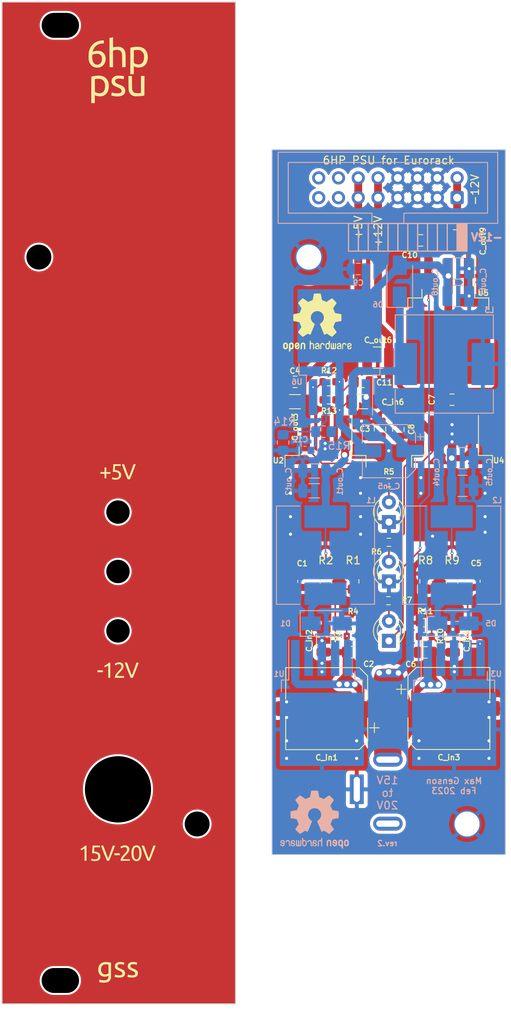
<source format=kicad_pcb>
(kicad_pcb (version 20211014) (generator pcbnew)
  (layers (0 "F.Cu" signal) (1 "In1.Cu" signal) (2 "In2.Cu" signal) (31 "B.Cu" signal) (34 "B.Paste" user) (35 "F.Paste" user) (36 "B.SilkS" user "B.Silkscreen") (37 "F.SilkS" user "F.Silkscreen") (38 "B.Mask" user) (39 "F.Mask" user) (44 "Edge.Cuts" user))
  (net 0 "")
  (net 1 "Net-(D1-Pad1)")
  (net 2 "Net-(C1-Pad1)")
  (net 3 "Net-(C2-Pad2)")
  (net 4 "Vin")
  (net 5 "GND")
  (net 6 "Net-(C1-Pad2)")
  (net 7 "Net-(C5-Pad1)")
  (net 8 "-12V")
  (net 9 "Net-(C5-Pad2)")
  (net 10 "+12V")
  (net 11 "Net-(C6-Pad2)")
  (net 12 "+5V")
  (net 13 "-14.5V")
  (net 14 "Net-(C11-Pad2)")
  (net 19 "Net-(C12-Pad2)")
  (net 20 "Net-(D2-Pad2)")
  (net 21 "Net-(D3-Pad2)")
  (net 22 "Net-(R3-Pad2)")
  (net 23 "Net-(D4-Pad2)")
  (net 24 "Net-(D5-Pad1)")
  (net 25 "Net-(D6-Pad1)")
  (net 26 "Net-(R10-Pad2)")
  (net 27 "Net-(R12-Pad1)")
  (footprint "" (layer "F.Cu") (at 8.26 101.9175)
    (fp_text reference "")
    (fp_text value "")
  )
  (footprint "Capacitor_SMD:C_1206_3216Metric" (layer "F.Cu") (at 41.1 78.425 90)
    (fp_text reference "C_in4")
    (fp_text value "100nF")
  )
  (footprint "Capacitor_SMD:C_0805_2012Metric" (layer "F.Cu") (at 36.988 27.071)
    (fp_text reference "C10")
    (fp_text value "100nF")
  )
  (footprint "Symbol:OSHW-Logo2_9.8x8mm_SilkScreen" (layer "F.Cu") (at 23.7 37.6)
    (fp_text reference "REF**" hide)
    (fp_text value "OSHW-Logo2_9.8x8mm_SilkScreen" hide)
  )
  (footprint "OS_Drill_Holes:Barrel-Jack-DC_2.5mm_5.5mm_Drill_Hole_Panel" (layer "F.Cu") (at -1.905 97.4725)
    (fp_text reference "REF**" hide)
    (fp_text value "Barrel-Jack-DC_2.5mm_5.5mm_Drill_Hole_Panel" hide)
  )
  (footprint "Resistor_SMD:R_0805_2012Metric_Pad1.20x1.40mm_HandSolder" (layer "F.Cu") (at 28.3 70.8 90)
    (fp_text reference "R1")
    (fp_text value "1k2")
  )
  (footprint "Resistor_SMD:R_0603_1608Metric" (layer "F.Cu") (at 25.2 45.2)
    (fp_text reference "R12")
    (fp_text value "47k")
  )
  (footprint "Resistor_SMD:R_0805_2012Metric_Pad1.20x1.40mm_HandSolder" (layer "F.Cu") (at 37.6 70.8 90)
    (fp_text reference "R8")
    (fp_text value "1k2")
  )
  (footprint "frontpanel:6hp_psu_frontpanels" (layer "F.Cu") (at -1.905 60.6425)
    (fp_text reference "G***" hide)
    (fp_text value "LOGO" hide)
  )
  (footprint "Capacitor_SMD:C_0805_2012Metric" (layer "F.Cu") (at 41 47.5)
    (fp_text reference "C7")
    (fp_text value "100nF")
  )
  (footprint "Resistor_SMD:R_0603_1608Metric" (layer "F.Cu") (at 28.3 76.073)
    (fp_text reference "R4")
    (fp_text value "47k")
  )
  (footprint "Resistor_SMD:R_0805_2012Metric_Pad1.20x1.40mm_HandSolder" (layer "F.Cu") (at 24.8 70.8 90)
    (fp_text reference "R2")
    (fp_text value "6k2")
  )
  (footprint "Capacitor_SMD:C_0603_1608Metric" (layer "F.Cu") (at 44.1 70.775 -90)
    (fp_text reference "C5")
    (fp_text value "22n")
  )
  (footprint "Package_TO_SOT_SMD:TO-263-3_TabPin2" (layer "F.Cu") (at 24.746 57.597 -90)
    (fp_text reference "U2")
    (fp_text value "L7805")
  )
  (footprint "Resistor_SMD:R_0603_1608Metric" (layer "F.Cu") (at 32.893 58.166)
    (fp_text reference "R5")
    (fp_text value "2k2")
  )
  (footprint "Capacitor_SMD:C_1206_3216Metric" (layer "F.Cu") (at 29.464 47.752)
    (fp_text reference "C_in6")
    (fp_text value "100nF")
  )
  (footprint "Capacitor_SMD:C_0805_2012Metric" (layer "F.Cu") (at 37.558 79.908 180)
    (fp_text reference "C6")
    (fp_text value "100nF")
  )
  (footprint "OS_Drill_Holes:LED_3mm_Drill_Hole_Panel" (layer "F.Cu") (at -1.905 77.1525)
    (fp_text reference "REF**" hide)
    (fp_text value "LED_3mm_Drill_Hole_Panel")
  )
  (footprint "OS_Drill_Holes:Hole_M3_3.2mm" (layer "F.Cu") (at -12.065 29.21)
    (fp_text reference "REF**" hide)
    (fp_text value "Hole_M3_3.2mm")
  )
  (footprint "Capacitor_SMD:CP_Elec_10x7.7" (layer "F.Cu") (at 40.6 87.1)
    (fp_text reference "C_in3")
    (fp_text value "220uF")
  )
  (footprint "Capacitor_SMD:C_0805_2012Metric" (layer "F.Cu") (at 20.828 45.212 180)
    (fp_text reference "C4")
    (fp_text value "100nF")
  )
  (footprint "Resistor_SMD:R_0603_1608Metric" (layer "F.Cu") (at 37.558 76.098 180)
    (fp_text reference "R11")
    (fp_text value "47k")
  )
  (footprint "Capacitor_SMD:C_1206_3216Metric" (layer "F.Cu") (at 24.5 78.4 90)
    (fp_text reference "C_in2")
    (fp_text value "100nF")
  )
  (footprint "Capacitor_SMD:C_0805_2012Metric" (layer "F.Cu") (at 28.3 79.883)
    (fp_text reference "C2")
    (fp_text value "100nF")
  )
  (footprint "Capacitor_SMD:C_0805_2012Metric" (layer "F.Cu") (at 34.1 51.3 -90)
    (fp_text reference "C8")
    (fp_text value "100nF")
  )
  (footprint "LED_THT:LED_D3.0mm" (layer "F.Cu") (at 32.893 63.1875 90)
    (fp_text reference "D2" hide)
    (fp_text value " ")
  )
  (footprint "Inductor_SMD:L_1210_3225Metric" (layer "F.Cu") (at 41.775 27.071 180)
    (fp_text reference "C_out9")
    (fp_text value "100uF")
  )
  (footprint "Inductor_SMD:L_1210_3225Metric" (layer "F.Cu") (at 31.5 42.1 180)
    (fp_text reference "C_out6")
    (fp_text value "100uF")
  )
  (footprint "Resistor_SMD:R_0603_1608Metric" (layer "F.Cu") (at 32.893 65.786 180)
    (fp_text reference "R6")
    (fp_text value "8k2")
  )
  (footprint "LED_THT:LED_D3.0mm" (layer "F.Cu") (at 32.893 70.8075 90)
    (fp_text reference "D3" hide)
    (fp_text value " ")
  )
  (footprint "Resistor_SMD:R_0603_1608Metric" (layer "F.Cu") (at 32.83 73.279)
    (fp_text reference "R7")
    (fp_text value "8k2")
  )
  (footprint "Resistor_SMD:R_0603_1608Metric" (layer "F.Cu") (at 37.558 77.876)
    (fp_text reference "R10")
    (fp_text value "47k")
  )
  (footprint "Resistor_SMD:R_0805_2012Metric_Pad1.20x1.40mm_HandSolder" (layer "F.Cu") (at 41 70.8 -90)
    (fp_text reference "R9")
    (fp_text value "15k")
  )
  (footprint "Capacitor_SMD:C_0603_1608Metric" (layer "F.Cu") (at 21.7 70.8 -90)
    (fp_text reference "C1")
    (fp_text value "47n")
  )
  (footprint "Capacitor_SMD:C_0805_2012Metric" (layer "F.Cu") (at 31.75 51.25 -90)
    (fp_text reference "C3")
    (fp_text value "100nF")
  )
  (footprint "Connectors:DC_Barrel_Jack_2.5mm_5.7mm_Verrtical" (layer "F.Cu") (at 32.766 97.4725 -90)
    (fp_text reference "J1" hide)
    (fp_text value "2.5mm/5.5mm (PC-G2.5-PCB)")
  )
  (footprint "Package_TO_SOT_SMD:TO-263-3_TabPin2" (layer "F.Cu") (at 41.002 57.597 -90)
    (fp_text reference "U4")
    (fp_text value "L7812")
  )
  (footprint "LED_THT:LED_D3.0mm" (layer "F.Cu") (at 32.893 78.4275 90)
    (fp_text reference "D4" hide)
    (fp_text value " ")
  )
  (footprint "Capacitor_SMD:CP_Elec_10x7.7" (layer "F.Cu") (at 24.9 87.122 180)
    (fp_text reference "C_in1")
    (fp_text value "220uF")
  )
  (footprint "Capacitor_SMD:C_1206_3216Metric" (layer "F.Cu") (at 20.828 47.752 180)
    (fp_text reference "C_out3")
    (fp_text value "47u")
  )
  (footprint "MountingHole:MountingHole_3.2mm_M3_Pad_TopOnly" (layer "F.Cu") (at 42.931 101.9175)
    (fp_text reference "H2" hide)
    (fp_text value "MountingHole_Pad")
  )
  (footprint "Capacitor_SMD:C_0805_2012Metric" (layer "F.Cu") (at 29.464 45.212 180)
    (fp_text reference "C11")
    (fp_text value "100nF")
  )
  (footprint "OS_Front_Panels:6HP_Front_Panel" (layer "F.Cu") (at -16.81 -3.5125)
    (fp_text reference "REF**" hide)
    (fp_text value "6HP_Front_Panel")
    (fp_rect (start 0 0) (end 30 128.5) (layer "Edge.Cuts") (width 0.12) (fill none))
  )
  (footprint "Resistor_SMD:R_0603_1608Metric" (layer "F.Cu") (at 25.2 47.524 180)
    (fp_text reference "R13")
    (fp_text value "47k")
  )
  (footprint "Package_TO_SOT_SMD:TO-263-3_TabPin2" (layer "F.Cu") (at 40.525 37.4 -90)
    (fp_text reference "U5")
    (fp_text value "L7912")
  )
  (footprint "Resistor_SMD:R_0603_1608Metric" (layer "F.Cu") (at 28.3 77.851 180)
    (fp_text reference "R3")
    (fp_text value "47k")
  )
  (footprint "" (layer "F.Cu") (at -1.905 61.9125)
    (fp_text reference "")
    (fp_text value "")
  )
  (footprint "MountingHole:MountingHole_3.2mm_M3_Pad_TopOnly" (layer "F.Cu") (at 22.606 29.21)
    (fp_text reference "H1" hide)
    (fp_text value "MountingHole_Pad")
  )
  (footprint "OS_Drill_Holes:LED_3mm_Drill_Hole_Panel" (layer "F.Cu") (at -1.905 69.5325)
    (fp_text reference "REF**" hide)
    (fp_text value "LED_3mm_Drill_Hole_Panel")
  )
  (footprint "Package_TO_SOT_SMD:TO-263-5_TabPin3" (layer "B.Cu") (at 41.275 86.414 -90)
    (fp_text reference "U3")
    (fp_text value "LM2596S-ADJ")
  )
  (footprint "Resistor_SMD:R_0805_2012Metric_Pad1.20x1.40mm_HandSolder" (layer "B.Cu") (at 19.3 53 90)
    (fp_text reference "R14")
    (fp_text value "15k")
  )
  (footprint "Diode_SMD:D_SMA" (layer "B.Cu") (at 34.29 32.258 90)
    (fp_text reference "D6")
    (fp_text value "SS54")
  )
  (footprint "Inductor_SMD:L_1210_3225Metric" (layer "B.Cu") (at 42.354 58.547 180)
    (fp_text reference "C_out4")
    (fp_text value "100uF")
  )
  (footprint "Inductor_SMD:L_12x12mm_H8mm" (layer "B.Cu") (at 24.744264 67.437 90)
    (fp_text reference "L1")
    (fp_text value "33uH")
  )
  (footprint "Inductor_SMD:L_1210_3225Metric" (layer "B.Cu") (at 42.354 54.991)
    (fp_text reference "C_out5")
    (fp_text value "100uF")
  )
  (footprint "Connector_IDC:IDC-Header_2x08_P2.54mm_Vertical" (layer "B.Cu") (at 41.656 21.59 90)
    (fp_text reference "J2" hide)
    (fp_text value "Conn_02x08_Odd_Even")
  )
  (footprint "Capacitor_SMD:C_0805_2012Metric" (layer "B.Cu") (at 28.956 30.734 180)
    (fp_text reference "C9")
    (fp_text value "100nF")
  )
  (footprint "Inductor_SMD:L_12x12mm_H8mm" (layer "B.Cu") (at 40.955604 67.437 90)
    (fp_text reference "L2")
    (fp_text value "33uH")
  )
  (footprint "Diode_SMD:D_SMA" (layer "B.Cu") (at 41.148 76.2)
    (fp_text reference "D5")
    (fp_text value "SS54")
  )
  (footprint "Package_TO_SOT_SMD:TO-263-5_TabPin3" (layer "B.Cu") (at 26.543 41.402 90)
    (fp_text reference "U6")
    (fp_text value "LM2596S-ADJ")
  )
  (footprint "Symbol:OSHW-Logo2_9.8x8mm_SilkScreen" (layer "B.Cu") (at 23.35 101.35 180)
    (fp_text reference "REF**" hide)
    (fp_text value "OSHW-Logo2_9.8x8mm_SilkScreen" hide)
  )
  (footprint "Inductor_SMD:L_12x12mm_H8mm" (layer "B.Cu") (at 40.005 42.926 180)
    (fp_text reference "L3")
    (fp_text value "33uH")
  )
  (footprint "Diode_SMD:D_SMA" (layer "B.Cu") (at 24.892 76.2)
    (fp_text reference "D1")
    (fp_text value "SS54")
  )
  (footprint "Resistor_SMD:R_0805_2012Metric_Pad1.20x1.40mm_HandSolder" (layer "B.Cu") (at 24.5 51.6)
    (fp_text reference "R15")
    (fp_text value "1k2")
  )
  (footprint "Capacitor_SMD:CP_Elec_6.3x7.7" (layer "B.Cu") (at 32.893 54.102 180)
    (fp_text reference "C_in5")
    (fp_text value "100uF")
  )
  (footprint "Capacitor_SMD:C_0603_1608Metric" (layer "B.Cu") (at 22.1 54)
    (fp_text reference "C12")
    (fp_text value "22n")
  )
  (footprint "Capacitor_SMD:C_1206_3216Metric" (layer "B.Cu") (at 23.304 56.642 180)
    (fp_text reference "C_out2")
    (fp_text value "47u")
  )
  (footprint "Inductor_SMD:L_1210_3225Metric" (layer "B.Cu") (at 41.8 30.675 180)
    (fp_text reference "C_out8")
    (fp_text value "100uF")
  )
  (footprint "Capacitor_SMD:C_1206_3216Metric" (layer "B.Cu") (at 23.304 59.182)
    (fp_text reference "C_out1")
    (fp_text value "47u")
  )
  (footprint "Package_TO_SOT_SMD:TO-263-5_TabPin3" (layer "B.Cu") (at 24.276 86.402 -90)
    (fp_text reference "U1")
    (fp_text value "LM2596S-ADJ")
  )
  (footprint "Inductor_SMD:L_1210_3225Metric" (layer "B.Cu") (at 41.8 34.2)
    (fp_text reference "C_out7")
    (fp_text value "100uF")
  )
  (gr_rect (start 31.496 24.908) (end 30.242 28.448) (layer "B.SilkS") (width 0.15) (fill none))
  (gr_rect (start 35.314 24.908) (end 34.06 28.448) (layer "B.SilkS") (width 0.15) (fill none))
  (gr_rect (start 30.234 24.908) (end 28.98 28.448) (layer "B.SilkS") (width 0.15) (fill none))
  (gr_rect (start 36.576 24.908) (end 35.322 28.448) (layer "B.SilkS") (width 0.15) (fill none))
  (gr_rect (start 41.64 24.908) (end 40.386 28.448) (layer "B.SilkS") (width 0.15) (fill none))
  (gr_rect (start 28.956 24.908) (end 27.702 28.448) (layer "B.SilkS") (width 0.15) (fill none))
  (gr_rect (start 34.036 24.908) (end 32.782 28.448) (layer "B.SilkS") (width 0.15) (fill none))
  (gr_rect (start 39.108 24.908) (end 37.854 28.448) (layer "B.SilkS") (width 0.15) (fill none))
  (gr_rect (start 37.854 24.908) (end 36.6 28.448) (layer "B.SilkS") (width 0.15) (fill none))
  (gr_rect (start 40.386 24.908) (end 39.132 28.448) (layer "B.SilkS") (width 0.15) (fill none))
  (gr_rect (start 32.774 24.908) (end 31.52 28.448) (layer "B.SilkS") (width 0.15) (fill none))
  (gr_rect (start 42.918 24.908) (end 41.664 28.448) (layer "B.SilkS") (width 0.15) (fill solid))
  (gr_rect (start 17.861 15.4255) (end 47.861 105.8463) (layer "Edge.Cuts") (width 0.1) (fill none))
  (gr_text "rev.2\n" (at 32.7 104.4) (layer "B.SilkS") (effects (font (size 0.7 0.7)) (justify mirror)))
  (gr_text "15V\nto\n20V" (at 32.7 97.925) (layer "B.SilkS") (effects (font (size 1 1)) (justify mirror)))
  (gr_text "-12V" (at 45.466 26.67) (layer "B.SilkS") (effects (font (size 1 1) (thickness 0.25)) (justify mirror)))
  (gr_text "Max Genson\nFeb 2023" (at 41.25 97.028) (layer "B.SilkS") (effects (font (size 0.8 0.8)) (justify mirror)))
  (gr_text "6HP PSU for Eurorack" (at 32.843709 16.8) (layer "F.SilkS") (effects (font (size 1 1))))
  (gr_text "+5V" (at 28.956 25.4 90) (layer "F.SilkS") (effects (font (size 1 1))))
  (gr_text "-12V" (at 43.942 20.574 90) (layer "F.SilkS") (effects (font (size 1 1))))
  (gr_text "+12V" (at 31.496 25.908 90) (layer "F.SilkS") (effects (font (size 1 1))))
  (segment (start 22.576 80.627) (end 22.576 76.516) (width 0.8) (layer "B.Cu") (net 1))
  (segment (start 22.892 74.239264) (end 24.744264 72.387) (width 0.8) (layer "B.Cu") (net 1))
  (segment (start 22.892 76.2) (end 22.892 74.239264) (width 0.8) (layer "B.Cu") (net 1))
  (segment (start 22.576 76.516) (end 22.892 76.2) (width 0.8) (layer "B.Cu") (net 1))
  (segment (start 24.8 69.8) (end 24.8 67.2) (width 0.2) (layer "F.Cu") (net 2))
  (segment (start 27.286 51.822) (end 27.286 54.572) (width 1) (layer "F.Cu") (net 2))
  (segment (start 21.7 70.025) (end 24.575 70.025) (width 0.2) (layer "F.Cu") (net 2))
  (segment (start 27.664 52.2) (end 27.286 51.822) (width 1) (layer "F.Cu") (net 2))
  (segment (start 24.575 70.025) (end 24.8 69.8) (width 0.2) (layer "F.Cu") (net 2))
  (segment (start 27.286 54.572) (end 27.2 54.572) (width 1) (layer "F.Cu") (net 2))
  (segment (start 31.75 52.2) (end 27.664 52.2) (width 1) (layer "F.Cu") (net 2))
  (via (at 27.2 54.572) (size 0.8) (drill 0.7) (layers "F.Cu" "B.Cu") (net 2))
  (via (at 24.8 67.2) (size 0.4) (drill 0.2) (layers "F.Cu" "B.Cu") (net 2))
  (segment (start 25.758 56.642) (end 24.779 56.642) (width 1) (layer "B.Cu") (net 2))
  (segment (start 24.8 67.2) (end 24.744264 67.144264) (width 0.2) (layer "B.Cu") (net 2))
  (segment (start 24.744264 67.144264) (end 24.744264 62.487) (width 0.2) (layer "B.Cu") (net 2))
  (segment (start 24.779 59.182) (end 24.779 62.452264) (width 1) (layer "B.Cu") (net 2))
  (segment (start 27.2 55.2) (end 25.758 56.642) (width 1) (layer "B.Cu") (net 2))
  (segment (start 24.779 56.642) (end 24.779 59.182) (width 1) (layer "B.Cu") (net 2))
  (segment (start 24.779 62.452264) (end 24.744264 62.487) (width 1) (layer "B.Cu") (net 2))
  (segment (start 27.2 54.572) (end 27.2 55.2) (width 0.8) (layer "B.Cu") (net 2))
  (segment (start 29.125 77.851) (end 29.125 79.758) (width 0.2) (layer "F.Cu") (net 3))
  (segment (start 29.125 79.758) (end 29.25 79.883) (width 0.2) (layer "F.Cu") (net 3))
  (segment (start 26.5 83.7) (end 27.35 82.85) (width 0.8) (layer "F.Cu") (net 4))
  (segment (start 29.25 87.122) (end 29.25 84.75) (width 1) (layer "F.Cu") (net 4))
  (segment (start 30.939 47.752) (end 30.552 47.752) (width 1) (layer "F.Cu") (net 4))
  (segment (start 27.35 82.85) (end 28.5 84) (width 0.8) (layer "F.Cu") (net 4))
  (segment (start 26.5 84) (end 28.5 84) (width 0.8) (layer "F.Cu") (net 4))
  (segment (start 29.25 84.75) (end 28.5 84) (width 1) (layer "F.Cu") (net 4))
  (segment (start 39.25 84.042) (end 38.508 83.3) (width 1) (layer "F.Cu") (net 4))
  (segment (start 26.5 84) (end 26.5 83.7) (width 0.8) (layer "F.Cu") (net 4))
  (segment (start 30.414 46.736) (end 29.975 47.175) (width 1) (layer "F.Cu") (net 4))
  (segment (start 36.25 87.1) (end 36.25 85) (width 1) (layer "F.Cu") (net 4))
  (segment (start 36.25 85) (end 37.208 84.042) (width 1) (layer "F.Cu") (net 4))
  (segment (start 27.5 84) (end 27.4 83.9) (width 0.8) (layer "F.Cu") (net 4))
  (segment (start 37.766 84.042) (end 38.508 83.3) (width 1) (layer "F.Cu") (net 4))
  (segment (start 30.414 45.212) (end 30.414 46.736) (width 1) (layer "F.Cu") (net 4))
  (segment (start 37.208 84.042) (end 37.766 84.042) (width 1) (layer "F.Cu") (net 4))
  (segment (start 37.208 84.042) (end 39.25 84.042) (width 1) (layer "F.Cu") (net 4))
  (segment (start 38.516 79.9) (end 38.508 79.908) (width 0.8) (layer "F.Cu") (net 4))
  (segment (start 41.1 79.9) (end 38.516 79.9) (width 0.8) (layer "F.Cu") (net 4))
  (segment (start 38.508 83.3) (end 38.508 79.908) (width 1) (layer "F.Cu") (net 4))
  (segment (start 27.4 82.9) (end 27.35 82.85) (width 0.8) (layer "F.Cu") (net 4))
  (segment (start 27.35 79.883) (end 27.35 82.85) (width 0.8) (layer "F.Cu") (net 4))
  (segment (start 30.552 47.752) (end 29.975 47.175) (width 1) (layer "F.Cu") (net 4))
  (segment (start 27.4 83.9) (end 27.4 82.9) (width 0.8) (layer "F.Cu") (net 4))
  (segment (start 24.5 79.875) (end 27.342 79.875) (width 0.8) (layer "F.Cu") (net 4))
  (via (at 32.85 82.4) (size 0.8) (drill 0.7) (layers "F.Cu" "B.Cu") (net 4))
  (via (at 29.975 47.175) (size 0.8) (drill 0.7) (layers "F.Cu" "B.Cu") (net 4))
  (via (at 37.208 84.042) (size 0.8) (drill 0.7) (layers "F.Cu" "B.Cu") (net 4))
  (via (at 26.5 84) (size 0.8) (drill 0.7) (layers "F.Cu" "B.Cu") (net 4))
  (via (at 27.5 84) (size 0.8) (drill 0.7) (layers "F.Cu" "B.Cu") (net 4))
  (via (at 28.5 84) (size 0.8) (drill 0.7) (layers "F.Cu" "B.Cu") (net 4))
  (via (at 38.25 84.042) (size 0.8) (drill 0.7) (layers "F.Cu" "B.Cu") (net 4))
  (via (at 39.25 84.042) (size 0.8) (drill 0.7) (layers "F.Cu" "B.Cu") (net 4))
  (via (at 34.1 82.55) (size 0.8) (drill 0.7) (layers "F.Cu" "B.Cu") (net 4))
  (via (at 31.65 82.55) (size 0.8) (drill 0.7) (layers "F.Cu" "B.Cu") (net 4))
  (segment (start 35.593 81.057) (end 34.1 82.55) (width 1) (layer "B.Cu") (net 4))
  (segment (start 20.876 83.651) (end 21.225 84) (width 1) (layer "B.Cu") (net 4))
  (segment (start 29.943 47.177) (end 29.943 48.452) (width 1) (layer "B.Cu") (net 4))
  (segment (start 32.85 82.4) (end 32.65 82.6) (width 1) (layer "B.Cu") (net 4))
  (segment (start 31.7 82.6) (end 31.65 82.55) (width 1) (layer "B.Cu") (net 4))
  (segment (start 29.945 47.175) (end 29.943 47.177) (width 1) (layer "B.Cu") (net 4))
  (segment (start 37.875 80.639) (end 37.875 83.375) (width 1) (layer "B.Cu") (net 4))
  (segment (start 29.943 48.452) (end 35.593 54.102) (width 1) (layer "B.Cu") (net 4))
  (segment (start 39.25 84.042) (end 38.542 84.042) (width 1) (layer "B.Cu") (net 4))
  (segment (start 37.875 83.375) (end 37.208 84.042) (width 1) (layer "B.Cu") (net 4))
  (segment (start 21.225 84) (end 28.5 84) (width 1) (layer "B.Cu") (net 4))
  (segment (start 32.65 82.6) (end 31.7 82.6) (width 1) (layer "B.Cu") (net 4))
  (segment (start 33.05 82.6) (end 32.85 82.4) (width 1) (layer "B.Cu") (net 4))
  (segment (start 38.542 84.042) (end 37.875 83.375) (width 1) (layer "B.Cu") (net 4))
  (segment (start 29.975 47.175) (end 29.945 47.175) (width 1) (layer "B.Cu") (net 4))
  (segment (start 39.25 84.042) (end 37.208 84.042) (width 1) (layer "B.Cu") (net 4))
  (segment (start 34.05 82.6) (end 33.05 82.6) (width 1) (layer "B.Cu") (net 4))
  (segment (start 35.593 54.102) (end 35.593 81.057) (width 1) (layer "B.Cu") (net 4))
  (segment (start 20.876 80.627) (end 20.876 83.651) (width 1) (layer "B.Cu") (net 4))
  (segment (start 34.1 82.55) (end 34.05 82.6) (width 1) (layer "B.Cu") (net 4))
  (segment (start 31.75 50.3) (end 31.981497 50.3) (width 0.8) (layer "F.Cu") (net 5))
  (segment (start 37.3 74.5) (end 36.733 75.067) (width 0.8) (layer "F.Cu") (net 5))
  (segment (start 36.733 75.067) (end 36.733 76.098) (width 0.8) (layer "F.Cu") (net 5))
  (via (at 41.3 82.4) (size 0.5) (drill 0.4) (layers "F.Cu" "B.Cu") (net 5))
  (via (at 45.75 93.5) (size 0.5) (drill 0.4) (layers "F.Cu" "B.Cu") (net 5))
  (via (at 38.5 65) (size 0.5) (drill 0.4) (layers "F.Cu" "B.Cu") (net 5))
  (via (at 45.75 91.25) (size 0.5) (drill 0.4) (layers "F.Cu" "B.Cu") (net 5))
  (via (at 41.1 76.95) (size 0.5) (drill 0.4) (layers "F.Cu" "B.Cu") (net 5))
  (via (at 41 50.7) (size 0.5) (drill 0.4) (layers "F.Cu" "B.Cu") (net 5))
  (via (at 37 57.5) (size 0.5) (drill 0.4) (layers "F.Cu" "B.Cu") (net 5))
  (via (at 37 59.5) (size 0.5) (drill 0.4) (layers "F.Cu" "B.Cu") (net 5))
  (via (at 24.3 82.4) (size 0.5) (drill 0.4) (layers "F.Cu" "B.Cu") (net 5))
  (via (at 41.3 81.7) (size 0.5) (drill 0.4) (layers "F.Cu" "B.Cu") (net 5))
  (via (at 19.75 91.25) (size 0.5) (drill 0.4) (layers "F.Cu" "B.Cu") (net 5))
  (via (at 24.3 81.3) (size 0.5) (drill 0.4) (layers "F.Cu" "B.Cu") (net 5))
  (via (at 43.2 30.7) (size 0.5) (drill 0.4) (layers "F.Cu" "B.Cu") (net 5))
  (via (at 20.25 64.75) (size 0.5) (drill 0.4) (layers "F.Cu" "B.Cu") (net 5))
  (via (at 19.75 93.5) (size 0.5) (drill 0.4) (layers "F.Cu" "B.Cu") (net 5))
  (via (at 43.2 34.2) (size 0.5) (drill 0.4) (layers "F.Cu" "B.Cu") (net 5))
  (via (at 45.25 57.5) (size 0.5) (drill 0.4) (layers "F.Cu" "B.Cu") (net 5))
  (via (at 28.75 93.5) (size 0.5) (drill 0.4) (layers "F.Cu" "B.Cu") (net 5))
  (via (at 19.75 86.25) (size 0.5) (drill 0.4) (layers "F.Cu" "B.Cu") (net 5))
  (via (at 45.25 64.5) (size 0.5) (drill 0.4) (layers "F.Cu" "B.Cu") (net 5))
  (via (at 24.7 53.1) (size 0.5) (drill 0.4) (layers "F.Cu" "B.Cu") (net 5))
  (via (at 32.875 54.05) (size 0.5) (drill 0.4) (layers "F.Cu" "B.Cu") (net 5))
  (via (at 20.25 62.5) (size 0.5) (drill 0.4) (layers "F.Cu" "B.Cu") (net 5))
  (via (at 28.75 91.25) (size 0.5) (drill 0.4) (layers "F.Cu" "B.Cu") (net 5))
  (via (at 19.75 88.25) (size 0.5) (drill 0.4) (layers "F.Cu" "B.Cu") (net 5))
  (via (at 29.25 59.5) (size 0.5) (drill 0.4) (layers "F.Cu" "B.Cu") (net 5))
  (via (at 29.375 50.25) (size 0.5) (drill 0.4) (layers "F.Cu" "B.Cu") (net 5))
  (via (at 29.25 64.75) (size 0.5) (drill 0.4) (layers "F.Cu" "B.Cu") (net 5))
  (via (at 20.25 59.5) (size 0.5) (drill 0.4) (layers "F.Cu" "B.Cu") (net 5))
  (via (at 36.75 93.5) (size 0.5) (drill 0.4) (layers "F.Cu" "B.Cu") (net 5))
  (via (at 45.75 86.25) (size 0.5) (drill 0.4) (layers "F.Cu" "B.Cu") (net 5))
  (via (at 45.75 88.25) (size 0.5) (drill 0.4) (layers "F.Cu" "B.Cu") (net 5))
  (via (at 37.3 74.5) (size 0.5) (drill 0.4) (layers "F.Cu" "B.Cu") (net 5))
  (via (at 29.25 62.5) (size 0.5) (drill 0.4) (layers "F.Cu" "B.Cu") (net 5))
  (via (at 45.25 59.5) (size 0.5) (drill 0.4) (layers "F.Cu" "B.Cu") (net 5))
  (via (at 29.25 57.5) (size 0.5) (drill 0.4) (layers "F.Cu" "B.Cu") (net 5))
  (via (at 24.3 78.4) (size 0.5) (drill 0.4) (layers "F.Cu" "B.Cu") (net 5))
  (via (at 36.75 91.25) (size 0.5) (drill 0.4) (layers "F.Cu" "B.Cu") (net 5))
  (via (at 45.25 62.5) (size 0.5) (drill 0.4) (layers "F.Cu" "B.Cu") (net 5))
  (via (at 24.7 53.8) (size 0.5) (drill 0.4) (layers "F.Cu" "B.Cu") (net 5))
  (via (at 20.25 57.5) (size 0.5) (drill 0.4) (layers "F.Cu" "B.Cu") (net 5))
  (via (at 25.05 43.925) (size 0.5) (drill 0.4) (layers "F.Cu" "B.Cu") (net 5))
  (via (at 41 51.9) (size 0.5) (drill 0.4) (layers "F.Cu" "B.Cu") (net 5))
  (via (at 41 52.9) (size 0.5) (drill 0.4) (layers "F.Cu" "B.Cu") (net 5))
  (segment (start 24.8 71.8) (end 28.3 71.8) (width 0.2) (layer "F.Cu") (net 6))
  (segment (start 26 73) (end 24.8 71.8) (width 0.2) (layer "F.Cu") (net 6))
  (segment (start 24.95 71.8) (end 21.925 71.8) (width 0.2) (layer "F.Cu") (net 6))
  (segment (start 26 78.5) (end 26 73) (width 0.2) (layer "F.Cu") (net 6))
  (segment (start 21.925 71.8) (end 21.7 71.575) (width 0.2) (layer "F.Cu") (net 6))
  (via (at 26 78.5) (size 0.4) (drill 0.2) (layers "F.Cu" "B.Cu") (net 6))
  (segment (start 25.976 80.627) (end 26 80.603) (width 0.2) (layer "B.Cu") (net 6))
  (segment (start 26 80.603) (end 26 78.5) (width 0.2) (layer "B.Cu") (net 6))
  (segment (start 42.5 47.5) (end 43.542 48.542) (width 0.8) (layer "F.Cu") (net 7))
  (segment (start 44.1 70) (end 41.2 70) (width 0.2) (layer "F.Cu") (net 7))
  (segment (start 43.542 51.822) (end 43.542 53.983) (width 0.8) (layer "F.Cu") (net 7))
  (segment (start 40.963 55) (end 40.954 54.991) (width 0.8) (layer "F.Cu") (net 7))
  (segment (start 41.95 47.5) (end 42.5 47.5) (width 0.8) (layer "F.Cu") (net 7))
  (segment (start 41 69.8) (end 41 67.2) (width 0.2) (layer "F.Cu") (net 7))
  (segment (start 41.2 70) (end 41 69.8) (width 0.2) (layer "F.Cu") (net 7))
  (segment (start 43.542 53.983) (end 42.525 55) (width 0.8) (layer "F.Cu") (net 7))
  (segment (start 43.542 48.542) (end 43.542 51.822) (width 0.8) (layer "F.Cu") (net 7))
  (segment (start 42.525 55) (end 40.963 55) (width 0.8) (layer "F.Cu") (net 7))
  (via (at 40.954 54.991) (size 0.8) (drill 0.7) (layers "F.Cu" "B.Cu") (net 7))
  (via (at 41 67.2) (size 0.4) (drill 0.2) (layers "F.Cu" "B.Cu") (net 7))
  (segment (start 41 67.2) (end 40.955604 67.155604) (width 0.2) (layer "B.Cu") (net 7))
  (segment (start 40.954 54.991) (end 40.954 58.547) (width 1) (layer "B.Cu") (net 7))
  (segment (start 40.954 58.547) (end 40.954 62.485396) (width 1) (layer "B.Cu") (net 7))
  (segment (start 40.955604 67.155604) (end 40.955604 62.487) (width 0.2) (layer "B.Cu") (net 7))
  (segment (start 40.954 62.485396) (end 40.955604 62.487) (width 1) (layer "B.Cu") (net 7))
  (segment (start 36.9 66.5) (end 36.9 66.8) (width 0.2) (layer "F.Cu") (net 8))
  (segment (start 41.656 21.59) (end 41.656 19.05) (width 1) (layer "F.Cu") (net 8))
  (segment (start 34.7 69) (end 34.7 76.6205) (width 0.2) (layer "F.Cu") (net 8))
  (segment (start 40.375 27.071) (end 37.938 27.071) (width 1) (layer "F.Cu") (net 8))
  (segment (start 34.7 76.6205) (end 32.893 78.4275) (width 0.2) (layer "F.Cu") (net 8))
  (segment (start 37.938 31.578) (end 37.985 31.625) (width 1) (layer "F.Cu") (net 8))
  (segment (start 41.656 21.59) (end 41.656 23.644) (width 1) (layer "F.Cu") (net 8))
  (segment (start 40.375 24.925) (end 40.375 27.071) (width 1) (layer "F.Cu") (net 8))
  (segment (start 37.985 31.625) (end 37.985 34.715) (width 0.2) (layer "F.Cu") (net 8))
  (segment (start 37.938 27.071) (end 37.938 31.578) (width 1) (layer "F.Cu") (net 8))
  (segment (start 36.9 66.8) (end 34.7 69) (width 0.2) (layer "F.Cu") (net 8))
  (segment (start 41.656 23.644) (end 40.375 24.925) (width 1) (layer "F.Cu") (net 8))
  (via (at 36.9 66.5) (size 0.4) (drill 0.2) (layers "F.Cu" "B.Cu") (net 8))
  (via (at 37.985 34.715) (size 0.4) (drill 0.2) (layers "F.Cu" "B.Cu") (net 8))
  (segment (start 36.9 60.925) (end 38.05 59.775) (width 0.2) (layer "B.Cu") (net 8))
  (segment (start 38.05 34.78) (end 37.985 34.715) (width 0.2) (layer "B.Cu") (net 8))
  (segment (start 38.05 59.775) (end 38.05 34.78) (width 0.2) (layer "B.Cu") (net 8))
  (segment (start 36.9 66.5) (end 36.9 60.925) (width 0.2) (layer "B.Cu") (net 8))
  (segment (start 43 73.8) (end 41 71.8) (width 0.2) (layer "F.Cu") (net 9))
  (segment (start 41 71.8) (end 37.6 71.8) (width 0.2) (layer "F.Cu") (net 9))
  (segment (start 43 74.35) (end 43 72.65) (width 0.2) (layer "F.Cu") (net 9))
  (segment (start 43 74.35) (end 43 73.8) (width 0.2) (layer "F.Cu") (net 9))
  (segment (start 43 78.2005) (end 43 74.35) (width 0.2) (layer "F.Cu") (net 9))
  (segment (start 43 72.65) (end 44.1 71.55) (width 0.2) (layer "F.Cu") (net 9))
  (via (at 43 78.2005) (size 0.4) (drill 0.2) (layers "F.Cu" "B.Cu") (net 9))
  (segment (start 43 80.614) (end 42.975 80.639) (width 0.2) (layer "B.Cu") (net 9))
  (segment (start 43 78.2005) (end 43 80.614) (width 0.2) (layer "B.Cu") (net 9))
  (segment (start 34.1 50.35) (end 34.1 47.4) (width 1) (layer "F.Cu") (net 10))
  (segment (start 33.718 65.786) (end 34.85 64.654) (width 0.2) (layer "F.Cu") (net 10))
  (segment (start 34.85 64.654) (end 34.85 56.15) (width 0.2) (layer "F.Cu") (net 10))
  (segment (start 35.5 55.5) (end 37.175 55.5) (width 0.2) (layer "F.Cu") (net 10))
  (segment (start 31.496 37.946) (end 32.9 39.35) (width 1) (layer "F.Cu") (net 10))
  (segment (start 37.175 55.5) (end 38.462 54.213) (width 0.2) (layer "F.Cu") (net 10))
  (segment (start 34.85 56.15) (end 35.5 55.5) (width 0.2) (layer "F.Cu") (net 10))
  (segment (start 34.1 50.35) (end 36.99 50.35) (width 1) (layer "F.Cu") (net 10))
  (segment (start 36.99 50.35) (end 38.462 51.822) (width 1) (layer "F.Cu") (net 10))
  (segment (start 32.9 39.35) (end 32.9 46.2) (width 1) (layer "F.Cu") (net 10))
  (segment (start 38.462 54.213) (end 38.462 51.822) (width 0.2) (layer "F.Cu") (net 10))
  (segment (start 34.1 47.4) (end 32.9 46.2) (width 1) (layer "F.Cu") (net 10))
  (segment (start 31.496 21.59) (end 31.496 37.946) (width 1) (layer "F.Cu") (net 10))
  (segment (start 31.496 21.59) (end 31.496 19.05) (width 1) (layer "F.Cu") (net 10))
  (segment (start 36.733 79.783) (end 36.608 79.908) (width 0.2) (layer "F.Cu") (net 11))
  (segment (start 36.733 77.876) (end 36.733 79.783) (width 0.2) (layer "F.Cu") (net 11))
  (segment (start 32.068 56.868) (end 32.068 58.166) (width 0.2) (layer "F.Cu") (net 12))
  (segment (start 21.778 45.212) (end 21.778 47.227) (width 1) (layer "F.Cu") (net 12))
  (segment (start 22.206 51.822) (end 22.206 53.572) (width 0.2) (layer "F.Cu") (net 12))
  (segment (start 28.956 38.034) (end 28.956 21.59) (width 1) (layer "F.Cu") (net 12))
  (segment (start 28.956 21.59) (end 28.956 19.05) (width 1) (layer "F.Cu") (net 12))
  (segment (start 22.303 51.725) (end 22.206 51.822) (width 1) (layer "F.Cu") (net 12))
  (segment (start 21.778 47.227) (end 22.303 47.752) (width 1) (layer "F.Cu") (net 12))
  (segment (start 22.206 53.572) (end 24.306 55.672) (width 0.2) (layer "F.Cu") (net 12))
  (segment (start 22.303 47.752) (end 22.303 51.725) (width 1) (layer "F.Cu") (net 12))
  (segment (start 24.306 55.672) (end 30.872 55.672) (width 0.2) (layer "F.Cu") (net 12))
  (segment (start 21.778 45.212) (end 28.956 38.034) (width 1) (layer "F.Cu") (net 12))
  (segment (start 30.872 55.672) (end 32.068 56.868) (width 0.2) (layer "F.Cu") (net 12))
  (segment (start 40.525 31.625) (end 40.525 37.282) (width 1) (layer "F.Cu") (net 13))
  (segment (start 40.525 37.282) (end 39.306 38.501) (width 1) (layer "F.Cu") (net 13))
  (segment (start 27.989 47.752) (end 27.62 47.752) (width 0.2) (layer "F.Cu") (net 13))
  (segment (start 27.62 47.752) (end 26.55 48.822) (width 0.2) (layer "F.Cu") (net 13))
  (segment (start 26.025 45.2) (end 26.55 45.2) (width 0.2) (layer "F.Cu") (net 13))
  (via (at 40.525 31.625) (size 0.8) (drill 0.7) (layers "F.Cu" "B.Cu") (net 13))
  (via (at 26.55 45.2) (size 0.4) (drill 0.2) (layers "F.Cu" "B.Cu") (net 13))
  (via (at 26.55 48.822) (size 0.4) (drill 0.2) (layers "F.Cu" "B.Cu") (net 13))
  (segment (start 26.543 50.543) (end 26.543 47.177) (width 1) (layer "B.Cu") (net 13))
  (segment (start 29.906 34.664) (end 29.906 30.734) (width 1) (layer "B.Cu") (net 13))
  (segment (start 40.525 31.625) (end 39.158 30.258) (width 1) (layer "B.Cu") (net 13))
  (segment (start 25.5 51.6) (end 25.5 51.586) (width 0.2) (layer "B.Cu") (net 13))
  (segment (start 40.4 31.75) (end 40.525 31.625) (width 1) (layer "B.Cu") (net 13))
  (segment (start 26.543 47.177) (end 26.543 38.027) (width 1) (layer "B.Cu") (net 13))
  (segment (start 26.55 45.2) (end 26.55 47.17) (width 0.2) (layer "B.Cu") (net 13))
  (segment (start 34.29 30.28) (end 26.543 38.027) (width 1) (layer "B.Cu") (net 13))
  (segment (start 30.193 54.102) (end 30.102 54.102) (width 1) (layer "B.Cu") (net 13))
  (segment (start 26.543 38.027) (end 29.906 34.664) (width 1) (layer "B.Cu") (net 13))
  (segment (start 26.55 47.17) (end 26.543 47.177) (width 0.2) (layer "B.Cu") (net 13))
  (segment (start 39.158 30.258) (end 34.29 30.258) (width 1) (layer "B.Cu") (net 13))
  (segment (start 40.4 34.2) (end 40.4 31.75) (width 1) (layer "B.Cu") (net 13))
  (segment (start 30.102 54.102) (end 26.543 50.543) (width 1) (layer "B.Cu") (net 13))
  (segment (start 26.55 47.184) (end 26.543 47.177) (width 0.8) (layer "B.Cu") (net 13))
  (segment (start 26.55 48.822) (end 26.55 47.184) (width 0.8) (layer "B.Cu") (net 13))
  (segment (start 25.5 51.586) (end 26.543 50.543) (width 0.2) (layer "B.Cu") (net 13))
  (segment (start 26.025 47.35) (end 28.163 45.212) (width 0.2) (layer "F.Cu") (net 14))
  (segment (start 26.025 47.524) (end 26.025 47.35) (width 0.2) (layer "F.Cu") (net 14))
  (segment (start 28.163 45.212) (end 28.514 45.212) (width 0.2) (layer "F.Cu") (net 14))
  (segment (start 19.7 51.6) (end 19.3 52) (width 0.2) (layer "B.Cu") (net 19))
  (segment (start 23.45 51.6) (end 19.7 51.6) (width 0.2) (layer "B.Cu") (net 19))
  (segment (start 23.45 51.6) (end 24.843 50.207) (width 0.2) (layer "B.Cu") (net 19))
  (segment (start 24.843 50.207) (end 24.843 47.177) (width 0.2) (layer "B.Cu") (net 19))
  (segment (start 23.45 51.6) (end 23.45 53.425) (width 0.2) (layer "B.Cu") (net 19))
  (segment (start 23.45 53.425) (end 22.875 54) (width 0.2) (layer "B.Cu") (net 19))
  (segment (start 32.893 58.991) (end 33.718 58.166) (width 0.2) (layer "F.Cu") (net 20))
  (segment (start 32.893 60.6475) (end 32.893 58.991) (width 0.2) (layer "F.Cu") (net 20))
  (segment (start 32.068 65.786) (end 32.893 66.611) (width 0.2) (layer "F.Cu") (net 21))
  (segment (start 32.893 66.611) (end 32.893 68.2675) (width 0.2) (layer "F.Cu") (net 21))
  (segment (start 27.475 76.073) (end 27.475 77.851) (width 0.2) (layer "F.Cu") (net 22))
  (segment (start 27.5 77.8) (end 27.475 77.825) (width 0.2) (layer "F.Cu") (net 22))
  (segment (start 27.475 77.825) (end 27.475 77.851) (width 0.2) (layer "F.Cu") (net 22))
  (via (at 27.5 77.8) (size 0.4) (drill 0.2) (layers "F.Cu" "B.Cu") (net 22))
  (segment (start 27.676 77.976) (end 27.676 80.627) (width 0.2) (layer "B.Cu") (net 22))
  (segment (start 27.5 77.8) (end 27.676 77.976) (width 0.2) (layer "B.Cu") (net 22))
  (segment (start 32.893 75.8875) (end 32.893 74.041) (width 0.2) (layer "F.Cu") (net 23))
  (segment (start 32.893 74.041) (end 33.655 73.279) (width 0.2) (layer "F.Cu") (net 23))
  (segment (start 39.575 76.627) (end 39.148 76.2) (width 0.8) (layer "B.Cu") (net 24))
  (segment (start 39.148 74.194604) (end 40.955604 72.387) (width 0.8) (layer "B.Cu") (net 24))
  (segment (start 39.148 76.2) (end 39.148 74.194604) (width 0.8) (layer "B.Cu") (net 24))
  (segment (start 39.575 80.639) (end 39.575 76.627) (width 0.8) (layer "B.Cu") (net 24))
  (segment (start 34.29 42.161) (end 35.055 42.926) (width 1) (layer "B.Cu") (net 25))
  (segment (start 34.29 34.258) (end 34.29 42.161) (width 1) (layer "B.Cu") (net 25))
  (segment (start 28.243 44.427) (end 28.845 43.825) (width 1) (layer "B.Cu") (net 25))
  (segment (start 34.156 43.825) (end 35.055 42.926) (width 1) (layer "B.Cu") (net 25))
  (segment (start 28.845 43.825) (end 34.156 43.825) (width 1) (layer "B.Cu") (net 25))
  (segment (start 28.243 47.177) (end 28.243 44.427) (width 1) (layer "B.Cu") (net 25))
  (segment (start 38.383 77.876) (end 38.383 76.098) (width 0.2) (layer "F.Cu") (net 26))
  (segment (start 42.276041 78.55) (end 42.526041 78.8) (width 0.2) (layer "F.Cu") (net 26))
  (segment (start 42.526041 78.8) (end 44.6 78.8) (width 0.2) (layer "F.Cu") (net 26))
  (segment (start 38.383 77.876) (end 39.057 78.55) (width 0.2) (layer "F.Cu") (net 26))
  (segment (start 39.057 78.55) (end 42.276041 78.55) (width 0.2) (layer "F.Cu") (net 26))
  (via (at 44.6 78.8) (size 0.4) (drill 0.2) (layers "F.Cu" "B.Cu") (net 26))
  (segment (start 44.6 78.8) (end 44.6 80.564) (width 0.2) (layer "B.Cu") (net 26))
  (segment (start 44.6 80.564) (end 44.675 80.639) (width 0.2) (layer "B.Cu") (net 26))
  (segment (start 23.15 45.9) (end 23.675 45.9) (width 0.2) (layer "F.Cu") (net 27))
  (segment (start 23.675 45.9) (end 24.375 45.2) (width 0.2) (layer "F.Cu") (net 27))
  (segment (start 24.375 47.524) (end 24.375 45.2) (width 0.2) (layer "F.Cu") (net 27))
  (via (at 23.15 45.9) (size 0.4) (drill 0.2) (layers "F.Cu" "B.Cu") (net 27))
  (segment (start 23.15 47.17) (end 23.143 47.177) (width 0.2) (layer "B.Cu") (net 27))
  (segment (start 23.15 45.9) (end 23.15 47.17) (width 0.2) (layer "B.Cu") (net 27))
  (zone (net 4) (net_name "Vin") (layer "F.Cu") (priority 1) (connect_pads yes (clearance 0.6)) (min_thickness 0.254) (fill yes (thermal_gap 0.508) (thermal_bridge_width 0.508) (smoothing fillet) (radius 1))
    (polygon (pts (xy 35.75 86.5) (xy 30 86.5) (xy 31.25 82) (xy 34.5 82)))
  )
  (zone (net 0) (net_name "") (layer "F.Cu") (connect_pads yes (clearance 0)) (min_thickness 0.25) (fill yes (thermal_gap 0.508) (thermal_bridge_width 0.25))
    (polygon (pts (xy 13.208 124.968) (xy -16.764 124.968) (xy -16.764 -3.556) (xy 13.208 -3.556)))
  )
  (zone (net 5) (net_name "GND") (layers "F.Cu" "In1.Cu" "In2.Cu" "B.Cu") (connect_pads (clearance 0)) (min_thickness 0.2) (fill yes (thermal_gap 0.5) (thermal_bridge_width 0.5))
    (polygon (pts (xy 48.5 106.5) (xy 17.5 106.5) (xy 17.5 15) (xy 48.5 15)))
  )
  (zone (net 4) (net_name "Vin") (layer "F.Cu") (name "Vin") (priority 1) (connect_pads yes (clearance 0.6)) (min_thickness 0.254) (fill yes (thermal_gap 0.508) (thermal_bridge_width 0.508) (smoothing fillet) (radius 1))
    (polygon (pts (xy 37.5 88) (xy 34.5 92.5) (xy 34.5 94.575) (xy 31 94.575) (xy 31 92.5) (xy 28.25 88) (xy 28.25 86.25) (xy 37.5 86.25)))
  )
)
</source>
